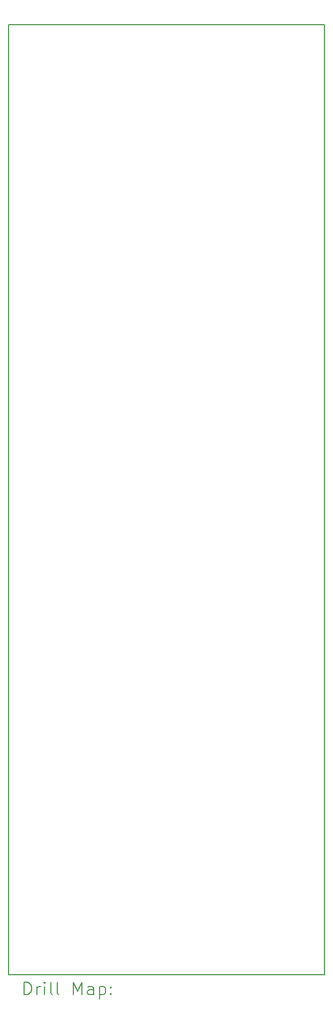
<source format=gbr>
%TF.GenerationSoftware,KiCad,Pcbnew,(6.0.11)*%
%TF.CreationDate,2023-04-04T20:38:15-04:00*%
%TF.ProjectId,ProtogenBackpackPCB,50726f74-6f67-4656-9e42-61636b706163,rev?*%
%TF.SameCoordinates,Original*%
%TF.FileFunction,Drillmap*%
%TF.FilePolarity,Positive*%
%FSLAX45Y45*%
G04 Gerber Fmt 4.5, Leading zero omitted, Abs format (unit mm)*
G04 Created by KiCad (PCBNEW (6.0.11)) date 2023-04-04 20:38:15*
%MOMM*%
%LPD*%
G01*
G04 APERTURE LIST*
%ADD10C,0.150000*%
%ADD11C,0.200000*%
G04 APERTURE END LIST*
D10*
X11430000Y-2540000D02*
X16430000Y-2540000D01*
X16430000Y-2540000D02*
X16430000Y-17540000D01*
X16430000Y-17540000D02*
X11430000Y-17540000D01*
X11430000Y-17540000D02*
X11430000Y-2540000D01*
D11*
X11680119Y-17857976D02*
X11680119Y-17657976D01*
X11727738Y-17657976D01*
X11756309Y-17667500D01*
X11775357Y-17686548D01*
X11784881Y-17705595D01*
X11794405Y-17743690D01*
X11794405Y-17772262D01*
X11784881Y-17810357D01*
X11775357Y-17829405D01*
X11756309Y-17848452D01*
X11727738Y-17857976D01*
X11680119Y-17857976D01*
X11880119Y-17857976D02*
X11880119Y-17724643D01*
X11880119Y-17762738D02*
X11889643Y-17743690D01*
X11899167Y-17734167D01*
X11918214Y-17724643D01*
X11937262Y-17724643D01*
X12003928Y-17857976D02*
X12003928Y-17724643D01*
X12003928Y-17657976D02*
X11994405Y-17667500D01*
X12003928Y-17677024D01*
X12013452Y-17667500D01*
X12003928Y-17657976D01*
X12003928Y-17677024D01*
X12127738Y-17857976D02*
X12108690Y-17848452D01*
X12099167Y-17829405D01*
X12099167Y-17657976D01*
X12232500Y-17857976D02*
X12213452Y-17848452D01*
X12203928Y-17829405D01*
X12203928Y-17657976D01*
X12461071Y-17857976D02*
X12461071Y-17657976D01*
X12527738Y-17800833D01*
X12594405Y-17657976D01*
X12594405Y-17857976D01*
X12775357Y-17857976D02*
X12775357Y-17753214D01*
X12765833Y-17734167D01*
X12746786Y-17724643D01*
X12708690Y-17724643D01*
X12689643Y-17734167D01*
X12775357Y-17848452D02*
X12756309Y-17857976D01*
X12708690Y-17857976D01*
X12689643Y-17848452D01*
X12680119Y-17829405D01*
X12680119Y-17810357D01*
X12689643Y-17791310D01*
X12708690Y-17781786D01*
X12756309Y-17781786D01*
X12775357Y-17772262D01*
X12870595Y-17724643D02*
X12870595Y-17924643D01*
X12870595Y-17734167D02*
X12889643Y-17724643D01*
X12927738Y-17724643D01*
X12946786Y-17734167D01*
X12956309Y-17743690D01*
X12965833Y-17762738D01*
X12965833Y-17819881D01*
X12956309Y-17838929D01*
X12946786Y-17848452D01*
X12927738Y-17857976D01*
X12889643Y-17857976D01*
X12870595Y-17848452D01*
X13051548Y-17838929D02*
X13061071Y-17848452D01*
X13051548Y-17857976D01*
X13042024Y-17848452D01*
X13051548Y-17838929D01*
X13051548Y-17857976D01*
X13051548Y-17734167D02*
X13061071Y-17743690D01*
X13051548Y-17753214D01*
X13042024Y-17743690D01*
X13051548Y-17734167D01*
X13051548Y-17753214D01*
M02*

</source>
